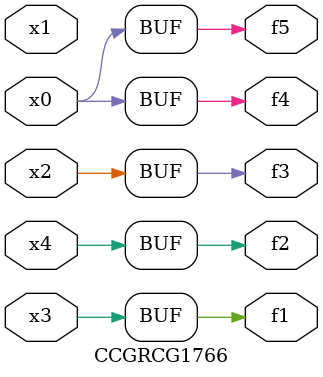
<source format=v>
module CCGRCG1766(
	input x0, x1, x2, x3, x4,
	output f1, f2, f3, f4, f5
);
	assign f1 = x3;
	assign f2 = x4;
	assign f3 = x2;
	assign f4 = x0;
	assign f5 = x0;
endmodule

</source>
